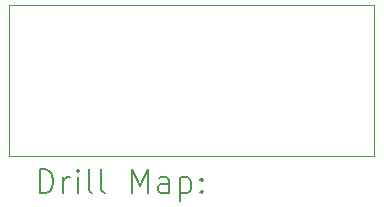
<source format=gbr>
%FSLAX45Y45*%
G04 Gerber Fmt 4.5, Leading zero omitted, Abs format (unit mm)*
G04 Created by KiCad (PCBNEW (6.0.1)) date 2022-07-24 11:32:25*
%MOMM*%
%LPD*%
G01*
G04 APERTURE LIST*
%TA.AperFunction,Profile*%
%ADD10C,0.050000*%
%TD*%
%ADD11C,0.200000*%
G04 APERTURE END LIST*
D10*
X11950000Y-5150000D02*
X15040000Y-5150000D01*
X15040000Y-5150000D02*
X15040000Y-6430000D01*
X15040000Y-6430000D02*
X11950000Y-6430000D01*
X11950000Y-6430000D02*
X11950000Y-5150000D01*
D11*
X12205119Y-6742976D02*
X12205119Y-6542976D01*
X12252738Y-6542976D01*
X12281309Y-6552500D01*
X12300357Y-6571548D01*
X12309881Y-6590595D01*
X12319405Y-6628690D01*
X12319405Y-6657262D01*
X12309881Y-6695357D01*
X12300357Y-6714405D01*
X12281309Y-6733452D01*
X12252738Y-6742976D01*
X12205119Y-6742976D01*
X12405119Y-6742976D02*
X12405119Y-6609643D01*
X12405119Y-6647738D02*
X12414643Y-6628690D01*
X12424167Y-6619167D01*
X12443214Y-6609643D01*
X12462262Y-6609643D01*
X12528928Y-6742976D02*
X12528928Y-6609643D01*
X12528928Y-6542976D02*
X12519405Y-6552500D01*
X12528928Y-6562024D01*
X12538452Y-6552500D01*
X12528928Y-6542976D01*
X12528928Y-6562024D01*
X12652738Y-6742976D02*
X12633690Y-6733452D01*
X12624167Y-6714405D01*
X12624167Y-6542976D01*
X12757500Y-6742976D02*
X12738452Y-6733452D01*
X12728928Y-6714405D01*
X12728928Y-6542976D01*
X12986071Y-6742976D02*
X12986071Y-6542976D01*
X13052738Y-6685833D01*
X13119405Y-6542976D01*
X13119405Y-6742976D01*
X13300357Y-6742976D02*
X13300357Y-6638214D01*
X13290833Y-6619167D01*
X13271786Y-6609643D01*
X13233690Y-6609643D01*
X13214643Y-6619167D01*
X13300357Y-6733452D02*
X13281309Y-6742976D01*
X13233690Y-6742976D01*
X13214643Y-6733452D01*
X13205119Y-6714405D01*
X13205119Y-6695357D01*
X13214643Y-6676309D01*
X13233690Y-6666786D01*
X13281309Y-6666786D01*
X13300357Y-6657262D01*
X13395595Y-6609643D02*
X13395595Y-6809643D01*
X13395595Y-6619167D02*
X13414643Y-6609643D01*
X13452738Y-6609643D01*
X13471786Y-6619167D01*
X13481309Y-6628690D01*
X13490833Y-6647738D01*
X13490833Y-6704881D01*
X13481309Y-6723928D01*
X13471786Y-6733452D01*
X13452738Y-6742976D01*
X13414643Y-6742976D01*
X13395595Y-6733452D01*
X13576548Y-6723928D02*
X13586071Y-6733452D01*
X13576548Y-6742976D01*
X13567024Y-6733452D01*
X13576548Y-6723928D01*
X13576548Y-6742976D01*
X13576548Y-6619167D02*
X13586071Y-6628690D01*
X13576548Y-6638214D01*
X13567024Y-6628690D01*
X13576548Y-6619167D01*
X13576548Y-6638214D01*
M02*

</source>
